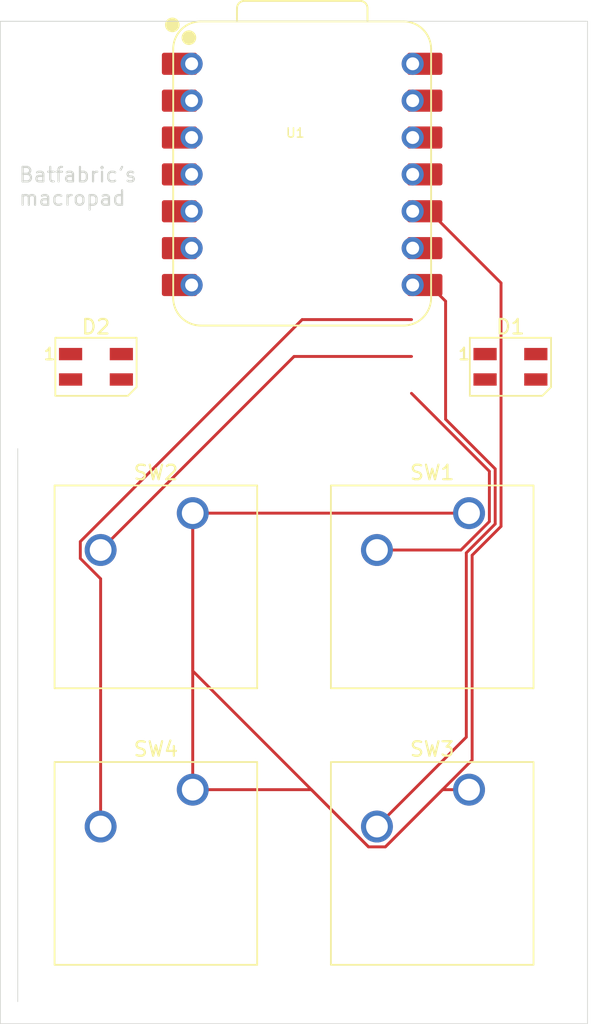
<source format=kicad_pcb>
(kicad_pcb (version 20241229) (generator "pcbnew") (generator_version "9.0")
  (layers (0 "F.Cu" signal) (2 "B.Cu" signal) (13 "F.Paste" user) (15 "B.Paste" user) (5 "F.SilkS" user "F.Silkscreen") (7 "B.SilkS" user "B.Silkscreen") (1 "F.Mask" user) (3 "B.Mask" user) (25 "Edge.Cuts" user))
  (net 0 "")
  (net 1 "+5V")
  (net 2 "Net-(D1-DOUT)")
  (net 3 "Net-(D1-DIN)")
  (net 4 "Net-(D1-VSS)")
  (net 6 "Net-(U1-GPIO1{slash}RX)")
  (net 7 "GND")
  (net 8 "Net-(U1-GPIO2{slash}SCK)")
  (net 9 "Net-(U1-GPIO3{slash}MOSI)")
  (net 10 "Net-(U1-GPIO4{slash}MISO)")
  (footprint "Button_Switch_Keyboard:SW_Cherry_MX_1.00u_PCB" (layer "F.Cu") (at 180.575064 113.82375)
    (property "Reference" "SW1" (at -2.54 -2.794 0) (layer "F.SilkS"))
    (property "Value" "SW_Push")
    (fp_line (start -9.525 -1.905) (end 4.445 -1.905) (stroke (width 0.12)) (layer "F.SilkS"))
    (fp_line (start -9.525 12.065) (end -9.525 -1.905) (stroke (width 0.12)) (layer "F.SilkS"))
    (fp_line (start 4.445 -1.905) (end 4.445 12.065) (stroke (width 0.12)) (layer "F.SilkS"))
    (fp_line (start 4.445 12.065) (end -9.525 12.065) (stroke (width 0.12)) (layer "F.SilkS"))
    (pad "" np_thru_hole circle (at -7.62 5.08) (size 1.7 1.7) (drill 1.7) (layers "*.Cu" "*.Mask"))
    (pad "" np_thru_hole circle (at -2.54 5.08) (size 4 4) (drill 4) (layers "*.Cu" "*.Mask"))
    (pad "" np_thru_hole circle (at 2.54 5.08) (size 1.7 1.7) (drill 1.7) (layers "*.Cu" "*.Mask"))
    (pad "1" thru_hole circle (at 0 0) (size 2.2 2.2) (drill 1.5) (layers "*.Cu" "*.Mask") (net 7 "GND"))
    (pad "2" thru_hole circle (at -6.35 2.54) (size 2.2 2.2) (drill 1.5) (layers "*.Cu" "*.Mask") (net 6 "Net-(U1-GPIO1{slash}RX)"))
  )
  (footprint "Button_Switch_Keyboard:SW_Cherry_MX_1.00u_PCB" (layer "F.Cu") (at 180.575064 132.87375)
    (property "Reference" "SW3" (at -2.54 -2.794 0) (layer "F.SilkS"))
    (property "Value" "SW_Push")
    (fp_line (start -9.525 -1.905) (end 4.445 -1.905) (stroke (width 0.12)) (layer "F.SilkS"))
    (fp_line (start -9.525 12.065) (end -9.525 -1.905) (stroke (width 0.12)) (layer "F.SilkS"))
    (fp_line (start 4.445 -1.905) (end 4.445 12.065) (stroke (width 0.12)) (layer "F.SilkS"))
    (fp_line (start 4.445 12.065) (end -9.525 12.065) (stroke (width 0.12)) (layer "F.SilkS"))
    (pad "" np_thru_hole circle (at -7.62 5.08) (size 1.7 1.7) (drill 1.7) (layers "*.Cu" "*.Mask"))
    (pad "" np_thru_hole circle (at -2.54 5.08) (size 4 4) (drill 4) (layers "*.Cu" "*.Mask"))
    (pad "" np_thru_hole circle (at 2.54 5.08) (size 1.7 1.7) (drill 1.7) (layers "*.Cu" "*.Mask"))
    (pad "1" thru_hole circle (at 0 0) (size 2.2 2.2) (drill 1.5) (layers "*.Cu" "*.Mask") (net 7 "GND"))
    (pad "2" thru_hole circle (at -6.35 2.54) (size 2.2 2.2) (drill 1.5) (layers "*.Cu" "*.Mask") (net 9 "Net-(U1-GPIO3{slash}MOSI)"))
  )
  (footprint "OPL:XIAO-RP2040-DIP" (layer "F.Cu") (at 169.06875 90.4875)
    (property "Reference" "U1" (at -0.47625 -2.8575 0) (layer "F.SilkS") (effects (font (size 0.635 0.635) (thickness 0.1016))))
    (property "Value" "XIAO-RP2040-DIP")
    (fp_line (start -8.89 8.509) (end -8.89 -8.636) (stroke (width 0.127)) (layer "F.SilkS"))
    (fp_line (start -6.985 10.414) (end 6.985 10.414) (stroke (width 0.127)) (layer "F.SilkS"))
    (fp_line (start -4.495 -10.541) (end -4.491272 -11.451272) (stroke (width 0.127)) (layer "F.SilkS"))
    (fp_line (start -3.991272 -11.951) (end 4.004 -11.951) (stroke (width 0.127)) (layer "F.SilkS"))
    (fp_line (start 4.504 -11.451) (end 4.504 -10.541) (stroke (width 0.127)) (layer "F.SilkS"))
    (fp_line (start 6.985 -10.541) (end -6.985 -10.541) (stroke (width 0.1)) (layer "F.SilkS"))
    (fp_line (start 6.985 -10.541) (end -6.985 -10.541) (stroke (width 0.127)) (layer "F.SilkS"))
    (fp_line (start 8.89 8.509) (end 8.89 -8.636) (stroke (width 0.127)) (layer "F.SilkS"))
    (fp_arc (start -8.89 -8.636) (mid -8.332038 -9.983038) (end -6.985 -10.541) (stroke (width 0.127)) (layer "F.SilkS"))
    (fp_arc (start -6.985 10.414) (mid -8.332038 9.856038) (end -8.89 8.509) (stroke (width 0.127)) (layer "F.SilkS"))
    (fp_arc (start -4.491272 -11.451272) (mid -4.344728 -11.80464) (end -3.991272 -11.951) (stroke (width 0.127)) (layer "F.SilkS"))
    (fp_arc (start 4.004 -11.951) (mid 4.357553 -11.804553) (end 4.504 -11.451) (stroke (width 0.127)) (layer "F.SilkS"))
    (fp_arc (start 6.985 -10.541) (mid 8.332038 -9.983038) (end 8.89 -8.636) (stroke (width 0.127)) (layer "F.SilkS"))
    (fp_arc (start 8.89 8.509) (mid 8.332038 9.856038) (end 6.985 10.414) (stroke (width 0.127)) (layer "F.SilkS"))
    (fp_circle (center -8.95 -10.3) (end -8.95 -10.554) (stroke (width 0.5)) (fill yes) (layer "F.SilkS"))
    (fp_circle (center -7.807 -9.42) (end -7.807 -9.674) (stroke (width 0.5)) (fill yes) (layer "F.SilkS"))
    (pad "1" smd roundrect (at -8.455 -7.62 180) (size 2.432 1.524) (layers "F.Cu" "F.Mask") (roundrect_rratio 0.1))
    (pad "1" thru_hole circle (at -7.62 -7.62 180) (size 1.524 1.524) (drill 0.889) (layers "*.Cu" "*.Mask"))
    (pad "2" smd roundrect (at -8.455 -5.08 180) (size 2.432 1.524) (layers "F.Cu" "F.Mask") (roundrect_rratio 0.1))
    (pad "2" thru_hole circle (at -7.62 -5.08 180) (size 1.524 1.524) (drill 0.889) (layers "*.Cu" "*.Mask"))
    (pad "3" smd roundrect (at -8.455 -2.54 180) (size 2.432 1.524) (layers "F.Cu" "F.Mask") (roundrect_rratio 0.1))
    (pad "3" thru_hole circle (at -7.62 -2.54 180) (size 1.524 1.524) (drill 0.889) (layers "*.Cu" "*.Mask"))
    (pad "4" smd roundrect (at -8.455 0 180) (size 2.432 1.524) (layers "F.Cu" "F.Mask") (roundrect_rratio 0.1))
    (pad "4" thru_hole circle (at -7.62 0 180) (size 1.524 1.524) (drill 0.889) (layers "*.Cu" "*.Mask"))
    (pad "5" smd roundrect (at -8.455 2.54 180) (size 2.432 1.524) (layers "F.Cu" "F.Mask") (roundrect_rratio 0.1) (net 3 "Net-(D1-DIN)"))
    (pad "5" thru_hole circle (at -7.62 2.54 180) (size 1.524 1.524) (drill 0.889) (layers "*.Cu" "*.Mask") (net 3 "Net-(D1-DIN)"))
    (pad "6" smd roundrect (at -8.455 5.08 180) (size 2.432 1.524) (layers "F.Cu" "F.Mask") (roundrect_rratio 0.1))
    (pad "6" thru_hole circle (at -7.62 5.08 180) (size 1.524 1.524) (drill 0.889) (layers "*.Cu" "*.Mask"))
    (pad "7" smd roundrect (at -8.455 7.62 180) (size 2.432 1.524) (layers "F.Cu" "F.Mask") (roundrect_rratio 0.1))
    (pad "7" thru_hole circle (at -7.62 7.62 180) (size 1.524 1.524) (drill 0.889) (layers "*.Cu" "*.Mask"))
    (pad "8" thru_hole circle (at 7.62 7.62) (size 1.524 1.524) (drill 0.889) (layers "*.Cu" "*.Mask") (net 6 "Net-(U1-GPIO1{slash}RX)"))
    (pad "8" smd roundrect (at 8.455 7.62) (size 2.432 1.524) (layers "F.Cu" "F.Mask") (roundrect_rratio 0.1) (net 6 "Net-(U1-GPIO1{slash}RX)"))
    (pad "9" thru_hole circle (at 7.62 5.08) (size 1.524 1.524) (drill 0.889) (layers "*.Cu" "*.Mask") (net 8 "Net-(U1-GPIO2{slash}SCK)"))
    (pad "9" smd roundrect (at 8.455 5.08) (size 2.432 1.524) (layers "F.Cu" "F.Mask") (roundrect_rratio 0.1) (net 8 "Net-(U1-GPIO2{slash}SCK)"))
    (pad "10" thru_hole circle (at 7.62 2.54) (size 1.524 1.524) (drill 0.889) (layers "*.Cu" "*.Mask") (net 10 "Net-(U1-GPIO4{slash}MISO)"))
    (pad "10" smd roundrect (at 8.455 2.54) (size 2.432 1.524) (layers "F.Cu" "F.Mask") (roundrect_rratio 0.1) (net 10 "Net-(U1-GPIO4{slash}MISO)"))
    (pad "11" thru_hole circle (at 7.62 0) (size 1.524 1.524) (drill 0.889) (layers "*.Cu" "*.Mask") (net 9 "Net-(U1-GPIO3{slash}MOSI)"))
    (pad "11" smd roundrect (at 8.455 0) (size 2.432 1.524) (layers "F.Cu" "F.Mask") (roundrect_rratio 0.1) (net 9 "Net-(U1-GPIO3{slash}MOSI)"))
    (pad "12" thru_hole circle (at 7.62 -2.54) (size 1.524 1.524) (drill 0.889) (layers "*.Cu" "*.Mask"))
    (pad "12" smd roundrect (at 8.455 -2.54) (size 2.432 1.524) (layers "F.Cu" "F.Mask") (roundrect_rratio 0.1))
    (pad "13" thru_hole circle (at 7.62 -5.08) (size 1.524 1.524) (drill 0.889) (layers "*.Cu" "*.Mask") (net 7 "GND"))
    (pad "13" smd roundrect (at 8.455 -5.08) (size 2.432 1.524) (layers "F.Cu" "F.Mask") (roundrect_rratio 0.1) (net 7 "GND"))
    (pad "14" thru_hole circle (at 7.62 -7.62) (size 1.524 1.524) (drill 0.889) (layers "*.Cu" "*.Mask") (net 1 "+5V"))
    (pad "14" smd roundrect (at 8.455 -7.62) (size 2.432 1.524) (layers "F.Cu" "F.Mask") (roundrect_rratio 0.1) (net 1 "+5V"))
  )
  (footprint "Button_Switch_Keyboard:SW_Cherry_MX_1.00u_PCB" (layer "F.Cu") (at 161.525064 113.82375)
    (property "Reference" "SW2" (at -2.54 -2.794 0) (layer "F.SilkS"))
    (property "Value" "SW_Push")
    (fp_line (start -9.525 -1.905) (end 4.445 -1.905) (stroke (width 0.12)) (layer "F.SilkS"))
    (fp_line (start -9.525 12.065) (end -9.525 -1.905) (stroke (width 0.12)) (layer "F.SilkS"))
    (fp_line (start 4.445 -1.905) (end 4.445 12.065) (stroke (width 0.12)) (layer "F.SilkS"))
    (fp_line (start 4.445 12.065) (end -9.525 12.065) (stroke (width 0.12)) (layer "F.SilkS"))
    (pad "" np_thru_hole circle (at -7.62 5.08) (size 1.7 1.7) (drill 1.7) (layers "*.Cu" "*.Mask"))
    (pad "" np_thru_hole circle (at -2.54 5.08) (size 4 4) (drill 4) (layers "*.Cu" "*.Mask"))
    (pad "" np_thru_hole circle (at 2.54 5.08) (size 1.7 1.7) (drill 1.7) (layers "*.Cu" "*.Mask"))
    (pad "1" thru_hole circle (at 0 0) (size 2.2 2.2) (drill 1.5) (layers "*.Cu" "*.Mask") (net 7 "GND"))
    (pad "2" thru_hole circle (at -6.35 2.54) (size 2.2 2.2) (drill 1.5) (layers "*.Cu" "*.Mask") (net 8 "Net-(U1-GPIO2{slash}SCK)"))
  )
  (footprint "LED_SMD:LED_SK6812MINI_PLCC4_3.5x3.5mm_P1.75mm" (layer "F.Cu") (at 183.428814 103.74125)
    (property "Reference" "D1" (at 0 -2.75 0) (layer "F.SilkS"))
    (property "Value" "SK6812MINI")
    (fp_line (start -2.8 -2) (end -2.8 2) (stroke (width 0.12)) (layer "F.SilkS"))
    (fp_line (start -2.8 -2) (end 2.8 -2) (stroke (width 0.12)) (layer "F.SilkS"))
    (fp_line (start -2.8 2) (end 2.2 2) (stroke (width 0.12)) (layer "F.SilkS"))
    (fp_line (start 2.8 1.4) (end 2.2 2) (stroke (width 0.12)) (layer "F.SilkS"))
    (fp_line (start 2.8 1.4) (end 2.8 -2) (stroke (width 0.12)) (layer "F.SilkS"))
    (fp_text user "1" (at -3.2 -0.875 0) (layer "F.SilkS") (effects (font (size 0.8 0.8))))
    (pad "1" smd rect (at -1.75 -0.875) (size 1.6 0.85) (layers "F.Cu" "F.Mask" "F.Paste") (net 2 "Net-(D1-DOUT)"))
    (pad "2" smd rect (at -1.75 0.875) (size 1.6 0.85) (layers "F.Cu" "F.Mask" "F.Paste") (net 4 "Net-(D1-VSS)"))
    (pad "3" smd rect (at 1.75 0.875) (size 1.6 0.85) (layers "F.Cu" "F.Mask" "F.Paste") (net 3 "Net-(D1-DIN)"))
    (pad "4" smd rect (at 1.75 -0.875) (size 1.6 0.85) (layers "F.Cu" "F.Mask" "F.Paste") (net 1 "+5V"))
  )
  (footprint "LED_SMD:LED_SK6812MINI_PLCC4_3.5x3.5mm_P1.75mm" (layer "F.Cu") (at 154.853814 103.74125)
    (property "Reference" "D2" (at 0 -2.75 0) (layer "F.SilkS"))
    (property "Value" "SK6812MINI")
    (fp_line (start -2.8 -2) (end -2.8 2) (stroke (width 0.12)) (layer "F.SilkS"))
    (fp_line (start -2.8 -2) (end 2.8 -2) (stroke (width 0.12)) (layer "F.SilkS"))
    (fp_line (start -2.8 2) (end 2.2 2) (stroke (width 0.12)) (layer "F.SilkS"))
    (fp_line (start 2.8 1.4) (end 2.2 2) (stroke (width 0.12)) (layer "F.SilkS"))
    (fp_line (start 2.8 1.4) (end 2.8 -2) (stroke (width 0.12)) (layer "F.SilkS"))
    (fp_text user "1" (at -3.2 -0.875 0) (layer "F.SilkS") (effects (font (size 0.8 0.8))))
    (pad "1" smd rect (at -1.75 -0.875) (size 1.6 0.85) (layers "F.Cu" "F.Mask" "F.Paste"))
    (pad "2" smd rect (at -1.75 0.875) (size 1.6 0.85) (layers "F.Cu" "F.Mask" "F.Paste") (net 4 "Net-(D1-VSS)"))
    (pad "3" smd rect (at 1.75 0.875) (size 1.6 0.85) (layers "F.Cu" "F.Mask" "F.Paste") (net 2 "Net-(D1-DOUT)"))
    (pad "4" smd rect (at 1.75 -0.875) (size 1.6 0.85) (layers "F.Cu" "F.Mask" "F.Paste") (net 1 "+5V"))
  )
  (footprint "Button_Switch_Keyboard:SW_Cherry_MX_1.00u_PCB" (layer "F.Cu") (at 161.525064 132.87375)
    (property "Reference" "SW4" (at -2.54 -2.794 0) (layer "F.SilkS"))
    (property "Value" "SW_Push")
    (fp_line (start -9.525 -1.905) (end 4.445 -1.905) (stroke (width 0.12)) (layer "F.SilkS"))
    (fp_line (start -9.525 12.065) (end -9.525 -1.905) (stroke (width 0.12)) (layer "F.SilkS"))
    (fp_line (start 4.445 -1.905) (end 4.445 12.065) (stroke (width 0.12)) (layer "F.SilkS"))
    (fp_line (start 4.445 12.065) (end -9.525 12.065) (stroke (width 0.12)) (layer "F.SilkS"))
    (pad "" np_thru_hole circle (at -7.62 5.08) (size 1.7 1.7) (drill 1.7) (layers "*.Cu" "*.Mask"))
    (pad "" np_thru_hole circle (at -2.54 5.08) (size 4 4) (drill 4) (layers "*.Cu" "*.Mask"))
    (pad "" np_thru_hole circle (at 2.54 5.08) (size 1.7 1.7) (drill 1.7) (layers "*.Cu" "*.Mask"))
    (pad "1" thru_hole circle (at 0 0) (size 2.2 2.2) (drill 1.5) (layers "*.Cu" "*.Mask") (net 7 "GND"))
    (pad "2" thru_hole circle (at -6.35 2.54) (size 2.2 2.2) (drill 1.5) (layers "*.Cu" "*.Mask") (net 10 "Net-(U1-GPIO4{slash}MISO)"))
  )
  (gr_line (start 160.16875 79.9375) (end 148.2625 79.9375) (stroke (width 0.05)) (layer "Edge.Cuts"))
  (gr_rect (start 149.460064 109.37875) (end 149.460064 147.47875) (stroke (width 0.05)) (fill no) (layer "Edge.Cuts"))
  (gr_rect (start 148.2625 79.9375) (end 188.74375 148.99375) (stroke (width 0.05)) (fill no) (layer "Edge.Cuts"))
  (gr_text "Batfabric's\nmacropad" (at 149.460064 92.71 0) (layer "Edge.Cuts") (effects (font (size 1 1)) (justify left bottom)))
  (segment (start 173.431314 116.36375) (end 174.225064 116.36375) (width 0.2) (layer "F.Cu") (net 6))
  (segment (start 180.016378 116.36375) (end 181.976064 114.404064) (width 0.2) (layer "F.Cu") (net 6))
  (segment (start 181.976064 114.404064) (end 181.976064 110.9385) (width 0.2) (layer "F.Cu") (net 6))
  (segment (start 181.976064 110.9385) (end 176.606314 105.56875) (width 0.2) (layer "F.Cu") (net 6))
  (segment (start 173.272564 116.5225) (end 173.431314 116.36375) (width 0.2) (layer "F.Cu") (net 6))
  (segment (start 174.225064 116.36375) (end 180.016378 116.36375) (width 0.2) (layer "F.Cu") (net 6))
  (segment (start 169.70375 132.87375) (end 161.525064 132.87375) (width 0.2) (layer "F.Cu") (net 7))
  (segment (start 161.525064 113.82375) (end 161.525064 124.695064) (width 0.2) (layer "F.Cu") (net 7))
  (segment (start 178.746378 132.87375) (end 174.805378 136.81475) (width 0.2) (layer "F.Cu") (net 7))
  (segment (start 182.779814 114.734514) (end 182.779814 97.96462) (width 0.2) (layer "F.Cu") (net 7))
  (segment (start 173.64475 136.81475) (end 174.805378 136.81475) (width 0.2) (layer "F.Cu") (net 7))
  (segment (start 180.575064 113.82375) (end 161.525064 113.82375) (width 0.2) (layer "F.Cu") (net 7))
  (segment (start 177.683944 92.86875) (end 176.606314 92.86875) (width 0.2) (layer "F.Cu") (net 7))
  (segment (start 161.525064 124.695064) (end 173.64475 136.81475) (width 0.2) (layer "F.Cu") (net 7))
  (segment (start 180.575064 132.87375) (end 178.746378 132.87375) (width 0.2) (layer "F.Cu") (net 7))
  (segment (start 182.779814 97.96462) (end 177.683944 92.86875) (width 0.2) (layer "F.Cu") (net 7))
  (segment (start 173.64475 136.81475) (end 169.70375 132.87375) (width 0.2) (layer "F.Cu") (net 7))
  (segment (start 180.787064 130.833064) (end 180.787064 116.727264) (width 0.2) (layer "F.Cu") (net 7))
  (segment (start 161.525064 132.87375) (end 161.525064 113.82375) (width 0.2) (layer "F.Cu") (net 7))
  (segment (start 174.805378 136.81475) (end 180.787064 130.833064) (width 0.2) (layer "F.Cu") (net 7))
  (segment (start 180.787064 116.727264) (end 182.779814 114.734514) (width 0.2) (layer "F.Cu") (net 7))
  (segment (start 168.510064 103.02875) (end 176.606314 103.02875) (width 0.2) (layer "F.Cu") (net 8))
  (segment (start 155.175064 116.36375) (end 168.510064 103.02875) (width 0.2) (layer "F.Cu") (net 8))
  (segment (start 177.683944 97.94875) (end 176.606314 97.94875) (width 0.2) (layer "F.Cu") (net 9))
  (segment (start 182.377064 110.7724) (end 178.958314 107.35365) (width 0.2) (layer "F.Cu") (net 9))
  (segment (start 178.958314 99.22312) (end 177.683944 97.94875) (width 0.2) (layer "F.Cu") (net 9))
  (segment (start 182.377064 114.570164) (end 182.377064 110.7724) (width 0.2) (layer "F.Cu") (net 9))
  (segment (start 180.386064 129.25275) (end 180.386064 116.561164) (width 0.2) (layer "F.Cu") (net 9))
  (segment (start 174.225064 135.41375) (end 180.386064 129.25275) (width 0.2) (layer "F.Cu") (net 9))
  (segment (start 178.958314 107.35365) (end 178.958314 99.22312) (width 0.2) (layer "F.Cu") (net 9))
  (segment (start 180.386064 116.561164) (end 182.377064 114.570164) (width 0.2) (layer "F.Cu") (net 9))
  (segment (start 155.175064 118.345064) (end 153.774064 116.944064) (width 0.2) (layer "F.Cu") (net 10))
  (segment (start 169.06875 100.48875) (end 176.606314 100.48875) (width 0.2) (layer "F.Cu") (net 10))
  (segment (start 153.774064 115.783436) (end 169.06875 100.48875) (width 0.2) (layer "F.Cu") (net 10))
  (segment (start 153.774064 116.944064) (end 153.774064 115.783436) (width 0.2) (layer "F.Cu") (net 10))
  (segment (start 155.175064 135.41375) (end 155.175064 118.345064) (width 0.2) (layer "F.Cu") (net 10))
)
</source>
